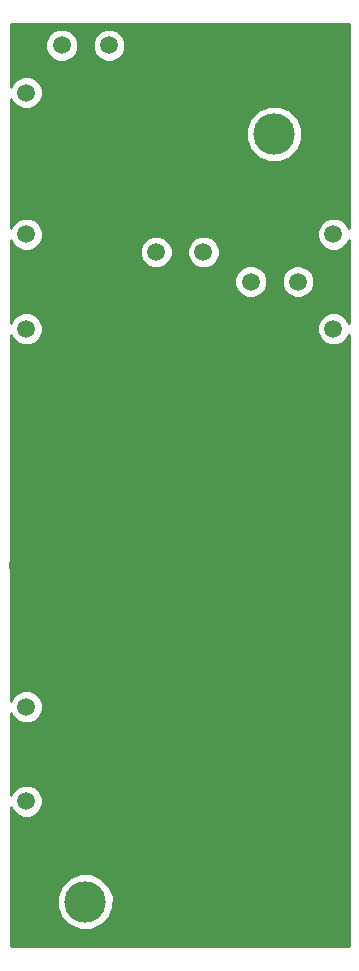
<source format=gbl>
G04 (created by PCBNEW (2013-04-21 BZR 4107)-testing) date Thursday, 06 June 2013 16:04:59*
%MOIN*%
G04 Gerber Fmt 3.4, Leading zero omitted, Abs format*
%FSLAX34Y34*%
G01*
G70*
G90*
G04 APERTURE LIST*
%ADD10C,0*%
%ADD11C,0.1378*%
%ADD12C,0.0590551*%
%ADD13C,0.11811*%
%ADD14C,0.0787402*%
%ADD15C,0.01*%
G04 APERTURE END LIST*
G54D10*
G54D11*
X50000Y-51181D03*
X56299Y-25590D03*
G54D12*
X48031Y-39960D03*
X58267Y-36811D03*
X58267Y-47834D03*
X58267Y-44685D03*
X53937Y-47244D03*
X52362Y-39370D03*
X53937Y-39370D03*
X53937Y-23622D03*
X57086Y-22637D03*
X55511Y-22637D03*
X58267Y-24212D03*
X48031Y-36811D03*
X58267Y-39960D03*
X50000Y-48228D03*
X50000Y-40354D03*
X50000Y-32480D03*
X50000Y-25393D03*
X48031Y-28937D03*
X48031Y-24212D03*
X49212Y-22637D03*
X50787Y-22637D03*
X53937Y-29527D03*
X52362Y-29527D03*
X57086Y-30511D03*
X55511Y-30511D03*
X48031Y-47834D03*
X48031Y-44685D03*
X58267Y-32086D03*
X58267Y-28937D03*
X48031Y-32086D03*
G54D13*
X50000Y-40354D02*
X48425Y-40354D01*
X48425Y-40354D02*
X48031Y-39960D01*
G54D14*
X50000Y-38385D02*
X56692Y-38385D01*
X56692Y-38385D02*
X58267Y-36811D01*
G54D13*
X57677Y-47244D02*
X58267Y-47834D01*
X53937Y-47244D02*
X57677Y-47244D01*
G54D14*
X50000Y-40354D02*
X57874Y-40354D01*
X57874Y-40354D02*
X58267Y-39960D01*
G54D13*
X50000Y-40354D02*
X50000Y-48228D01*
X50000Y-32480D02*
X50000Y-38385D01*
X50000Y-38385D02*
X50000Y-40354D01*
X50000Y-25393D02*
X50000Y-32480D01*
G54D10*
G36*
X58775Y-52673D02*
X57631Y-52673D01*
X57631Y-30403D01*
X57549Y-30203D01*
X57395Y-30049D01*
X57238Y-29984D01*
X57238Y-25404D01*
X57095Y-25059D01*
X56831Y-24794D01*
X56486Y-24651D01*
X56113Y-24651D01*
X55768Y-24794D01*
X55503Y-25057D01*
X55360Y-25402D01*
X55360Y-25776D01*
X55502Y-26121D01*
X55766Y-26386D01*
X56111Y-26529D01*
X56485Y-26529D01*
X56830Y-26387D01*
X57094Y-26123D01*
X57238Y-25778D01*
X57238Y-25404D01*
X57238Y-29984D01*
X57195Y-29966D01*
X56978Y-29966D01*
X56778Y-30049D01*
X56624Y-30202D01*
X56541Y-30402D01*
X56541Y-30619D01*
X56624Y-30820D01*
X56777Y-30973D01*
X56977Y-31056D01*
X57194Y-31057D01*
X57395Y-30974D01*
X57548Y-30821D01*
X57631Y-30620D01*
X57631Y-30403D01*
X57631Y-52673D01*
X56057Y-52673D01*
X56057Y-30403D01*
X55974Y-30203D01*
X55821Y-30049D01*
X55620Y-29966D01*
X55403Y-29966D01*
X55203Y-30049D01*
X55049Y-30202D01*
X54966Y-30402D01*
X54966Y-30619D01*
X55049Y-30820D01*
X55202Y-30973D01*
X55402Y-31056D01*
X55619Y-31057D01*
X55820Y-30974D01*
X55973Y-30821D01*
X56056Y-30620D01*
X56057Y-30403D01*
X56057Y-52673D01*
X54482Y-52673D01*
X54482Y-29419D01*
X54399Y-29219D01*
X54246Y-29065D01*
X54045Y-28982D01*
X53829Y-28982D01*
X53628Y-29065D01*
X53475Y-29218D01*
X53391Y-29418D01*
X53391Y-29635D01*
X53474Y-29836D01*
X53627Y-29989D01*
X53828Y-30072D01*
X54044Y-30072D01*
X54245Y-29990D01*
X54399Y-29836D01*
X54482Y-29636D01*
X54482Y-29419D01*
X54482Y-52673D01*
X52907Y-52673D01*
X52907Y-29419D01*
X52824Y-29219D01*
X52671Y-29065D01*
X52471Y-28982D01*
X52254Y-28982D01*
X52053Y-29065D01*
X51900Y-29218D01*
X51817Y-29418D01*
X51816Y-29635D01*
X51899Y-29836D01*
X52052Y-29989D01*
X52253Y-30072D01*
X52470Y-30072D01*
X52670Y-29990D01*
X52824Y-29836D01*
X52907Y-29636D01*
X52907Y-29419D01*
X52907Y-52673D01*
X51332Y-52673D01*
X51332Y-22529D01*
X51249Y-22329D01*
X51096Y-22175D01*
X50896Y-22092D01*
X50679Y-22092D01*
X50478Y-22175D01*
X50325Y-22328D01*
X50242Y-22528D01*
X50242Y-22745D01*
X50324Y-22946D01*
X50478Y-23099D01*
X50678Y-23182D01*
X50895Y-23183D01*
X51095Y-23100D01*
X51249Y-22947D01*
X51332Y-22746D01*
X51332Y-22529D01*
X51332Y-52673D01*
X50939Y-52673D01*
X50939Y-50995D01*
X50796Y-50649D01*
X50532Y-50385D01*
X50187Y-50242D01*
X49814Y-50241D01*
X49757Y-50265D01*
X49757Y-22529D01*
X49675Y-22329D01*
X49521Y-22175D01*
X49321Y-22092D01*
X49104Y-22092D01*
X48904Y-22175D01*
X48750Y-22328D01*
X48667Y-22528D01*
X48667Y-22745D01*
X48750Y-22946D01*
X48903Y-23099D01*
X49103Y-23182D01*
X49320Y-23183D01*
X49521Y-23100D01*
X49674Y-22947D01*
X49757Y-22746D01*
X49757Y-22529D01*
X49757Y-50265D01*
X49468Y-50384D01*
X49204Y-50648D01*
X49061Y-50993D01*
X49060Y-51367D01*
X49203Y-51712D01*
X49467Y-51976D01*
X49812Y-52119D01*
X50185Y-52120D01*
X50531Y-51977D01*
X50795Y-51713D01*
X50938Y-51368D01*
X50939Y-50995D01*
X50939Y-52673D01*
X47523Y-52673D01*
X47523Y-48033D01*
X47568Y-48143D01*
X47722Y-48296D01*
X47922Y-48379D01*
X48139Y-48380D01*
X48339Y-48297D01*
X48493Y-48143D01*
X48576Y-47943D01*
X48576Y-47726D01*
X48494Y-47526D01*
X48340Y-47372D01*
X48140Y-47289D01*
X47923Y-47289D01*
X47723Y-47372D01*
X47569Y-47525D01*
X47523Y-47635D01*
X47523Y-44883D01*
X47568Y-44993D01*
X47722Y-45147D01*
X47922Y-45230D01*
X48139Y-45230D01*
X48339Y-45147D01*
X48493Y-44994D01*
X48576Y-44793D01*
X48576Y-44577D01*
X48494Y-44376D01*
X48340Y-44223D01*
X48140Y-44139D01*
X47923Y-44139D01*
X47723Y-44222D01*
X47569Y-44375D01*
X47523Y-44486D01*
X47523Y-32285D01*
X47568Y-32395D01*
X47722Y-32548D01*
X47922Y-32631D01*
X48139Y-32631D01*
X48339Y-32549D01*
X48493Y-32395D01*
X48576Y-32195D01*
X48576Y-31978D01*
X48494Y-31778D01*
X48340Y-31624D01*
X48140Y-31541D01*
X47923Y-31541D01*
X47723Y-31624D01*
X47569Y-31777D01*
X47523Y-31887D01*
X47523Y-29135D01*
X47568Y-29245D01*
X47722Y-29399D01*
X47922Y-29482D01*
X48139Y-29482D01*
X48339Y-29399D01*
X48493Y-29246D01*
X48576Y-29045D01*
X48576Y-28829D01*
X48494Y-28628D01*
X48340Y-28475D01*
X48140Y-28391D01*
X47923Y-28391D01*
X47723Y-28474D01*
X47569Y-28627D01*
X47523Y-28738D01*
X47523Y-24411D01*
X47568Y-24521D01*
X47722Y-24674D01*
X47922Y-24757D01*
X48139Y-24757D01*
X48339Y-24675D01*
X48493Y-24521D01*
X48576Y-24321D01*
X48576Y-24104D01*
X48494Y-23904D01*
X48340Y-23750D01*
X48140Y-23667D01*
X47923Y-23667D01*
X47723Y-23750D01*
X47569Y-23903D01*
X47523Y-24013D01*
X47523Y-21933D01*
X58775Y-21933D01*
X58775Y-28738D01*
X58730Y-28628D01*
X58576Y-28475D01*
X58376Y-28391D01*
X58159Y-28391D01*
X57959Y-28474D01*
X57805Y-28627D01*
X57722Y-28828D01*
X57722Y-29044D01*
X57805Y-29245D01*
X57958Y-29399D01*
X58158Y-29482D01*
X58375Y-29482D01*
X58576Y-29399D01*
X58729Y-29246D01*
X58775Y-29135D01*
X58775Y-31887D01*
X58730Y-31778D01*
X58576Y-31624D01*
X58376Y-31541D01*
X58159Y-31541D01*
X57959Y-31624D01*
X57805Y-31777D01*
X57722Y-31977D01*
X57722Y-32194D01*
X57805Y-32395D01*
X57958Y-32548D01*
X58158Y-32631D01*
X58375Y-32631D01*
X58576Y-32549D01*
X58729Y-32395D01*
X58775Y-32285D01*
X58775Y-52673D01*
X58775Y-52673D01*
G37*
G54D15*
X58775Y-52673D02*
X57631Y-52673D01*
X57631Y-30403D01*
X57549Y-30203D01*
X57395Y-30049D01*
X57238Y-29984D01*
X57238Y-25404D01*
X57095Y-25059D01*
X56831Y-24794D01*
X56486Y-24651D01*
X56113Y-24651D01*
X55768Y-24794D01*
X55503Y-25057D01*
X55360Y-25402D01*
X55360Y-25776D01*
X55502Y-26121D01*
X55766Y-26386D01*
X56111Y-26529D01*
X56485Y-26529D01*
X56830Y-26387D01*
X57094Y-26123D01*
X57238Y-25778D01*
X57238Y-25404D01*
X57238Y-29984D01*
X57195Y-29966D01*
X56978Y-29966D01*
X56778Y-30049D01*
X56624Y-30202D01*
X56541Y-30402D01*
X56541Y-30619D01*
X56624Y-30820D01*
X56777Y-30973D01*
X56977Y-31056D01*
X57194Y-31057D01*
X57395Y-30974D01*
X57548Y-30821D01*
X57631Y-30620D01*
X57631Y-30403D01*
X57631Y-52673D01*
X56057Y-52673D01*
X56057Y-30403D01*
X55974Y-30203D01*
X55821Y-30049D01*
X55620Y-29966D01*
X55403Y-29966D01*
X55203Y-30049D01*
X55049Y-30202D01*
X54966Y-30402D01*
X54966Y-30619D01*
X55049Y-30820D01*
X55202Y-30973D01*
X55402Y-31056D01*
X55619Y-31057D01*
X55820Y-30974D01*
X55973Y-30821D01*
X56056Y-30620D01*
X56057Y-30403D01*
X56057Y-52673D01*
X54482Y-52673D01*
X54482Y-29419D01*
X54399Y-29219D01*
X54246Y-29065D01*
X54045Y-28982D01*
X53829Y-28982D01*
X53628Y-29065D01*
X53475Y-29218D01*
X53391Y-29418D01*
X53391Y-29635D01*
X53474Y-29836D01*
X53627Y-29989D01*
X53828Y-30072D01*
X54044Y-30072D01*
X54245Y-29990D01*
X54399Y-29836D01*
X54482Y-29636D01*
X54482Y-29419D01*
X54482Y-52673D01*
X52907Y-52673D01*
X52907Y-29419D01*
X52824Y-29219D01*
X52671Y-29065D01*
X52471Y-28982D01*
X52254Y-28982D01*
X52053Y-29065D01*
X51900Y-29218D01*
X51817Y-29418D01*
X51816Y-29635D01*
X51899Y-29836D01*
X52052Y-29989D01*
X52253Y-30072D01*
X52470Y-30072D01*
X52670Y-29990D01*
X52824Y-29836D01*
X52907Y-29636D01*
X52907Y-29419D01*
X52907Y-52673D01*
X51332Y-52673D01*
X51332Y-22529D01*
X51249Y-22329D01*
X51096Y-22175D01*
X50896Y-22092D01*
X50679Y-22092D01*
X50478Y-22175D01*
X50325Y-22328D01*
X50242Y-22528D01*
X50242Y-22745D01*
X50324Y-22946D01*
X50478Y-23099D01*
X50678Y-23182D01*
X50895Y-23183D01*
X51095Y-23100D01*
X51249Y-22947D01*
X51332Y-22746D01*
X51332Y-22529D01*
X51332Y-52673D01*
X50939Y-52673D01*
X50939Y-50995D01*
X50796Y-50649D01*
X50532Y-50385D01*
X50187Y-50242D01*
X49814Y-50241D01*
X49757Y-50265D01*
X49757Y-22529D01*
X49675Y-22329D01*
X49521Y-22175D01*
X49321Y-22092D01*
X49104Y-22092D01*
X48904Y-22175D01*
X48750Y-22328D01*
X48667Y-22528D01*
X48667Y-22745D01*
X48750Y-22946D01*
X48903Y-23099D01*
X49103Y-23182D01*
X49320Y-23183D01*
X49521Y-23100D01*
X49674Y-22947D01*
X49757Y-22746D01*
X49757Y-22529D01*
X49757Y-50265D01*
X49468Y-50384D01*
X49204Y-50648D01*
X49061Y-50993D01*
X49060Y-51367D01*
X49203Y-51712D01*
X49467Y-51976D01*
X49812Y-52119D01*
X50185Y-52120D01*
X50531Y-51977D01*
X50795Y-51713D01*
X50938Y-51368D01*
X50939Y-50995D01*
X50939Y-52673D01*
X47523Y-52673D01*
X47523Y-48033D01*
X47568Y-48143D01*
X47722Y-48296D01*
X47922Y-48379D01*
X48139Y-48380D01*
X48339Y-48297D01*
X48493Y-48143D01*
X48576Y-47943D01*
X48576Y-47726D01*
X48494Y-47526D01*
X48340Y-47372D01*
X48140Y-47289D01*
X47923Y-47289D01*
X47723Y-47372D01*
X47569Y-47525D01*
X47523Y-47635D01*
X47523Y-44883D01*
X47568Y-44993D01*
X47722Y-45147D01*
X47922Y-45230D01*
X48139Y-45230D01*
X48339Y-45147D01*
X48493Y-44994D01*
X48576Y-44793D01*
X48576Y-44577D01*
X48494Y-44376D01*
X48340Y-44223D01*
X48140Y-44139D01*
X47923Y-44139D01*
X47723Y-44222D01*
X47569Y-44375D01*
X47523Y-44486D01*
X47523Y-32285D01*
X47568Y-32395D01*
X47722Y-32548D01*
X47922Y-32631D01*
X48139Y-32631D01*
X48339Y-32549D01*
X48493Y-32395D01*
X48576Y-32195D01*
X48576Y-31978D01*
X48494Y-31778D01*
X48340Y-31624D01*
X48140Y-31541D01*
X47923Y-31541D01*
X47723Y-31624D01*
X47569Y-31777D01*
X47523Y-31887D01*
X47523Y-29135D01*
X47568Y-29245D01*
X47722Y-29399D01*
X47922Y-29482D01*
X48139Y-29482D01*
X48339Y-29399D01*
X48493Y-29246D01*
X48576Y-29045D01*
X48576Y-28829D01*
X48494Y-28628D01*
X48340Y-28475D01*
X48140Y-28391D01*
X47923Y-28391D01*
X47723Y-28474D01*
X47569Y-28627D01*
X47523Y-28738D01*
X47523Y-24411D01*
X47568Y-24521D01*
X47722Y-24674D01*
X47922Y-24757D01*
X48139Y-24757D01*
X48339Y-24675D01*
X48493Y-24521D01*
X48576Y-24321D01*
X48576Y-24104D01*
X48494Y-23904D01*
X48340Y-23750D01*
X48140Y-23667D01*
X47923Y-23667D01*
X47723Y-23750D01*
X47569Y-23903D01*
X47523Y-24013D01*
X47523Y-21933D01*
X58775Y-21933D01*
X58775Y-28738D01*
X58730Y-28628D01*
X58576Y-28475D01*
X58376Y-28391D01*
X58159Y-28391D01*
X57959Y-28474D01*
X57805Y-28627D01*
X57722Y-28828D01*
X57722Y-29044D01*
X57805Y-29245D01*
X57958Y-29399D01*
X58158Y-29482D01*
X58375Y-29482D01*
X58576Y-29399D01*
X58729Y-29246D01*
X58775Y-29135D01*
X58775Y-31887D01*
X58730Y-31778D01*
X58576Y-31624D01*
X58376Y-31541D01*
X58159Y-31541D01*
X57959Y-31624D01*
X57805Y-31777D01*
X57722Y-31977D01*
X57722Y-32194D01*
X57805Y-32395D01*
X57958Y-32548D01*
X58158Y-32631D01*
X58375Y-32631D01*
X58576Y-32549D01*
X58729Y-32395D01*
X58775Y-32285D01*
X58775Y-52673D01*
M02*

</source>
